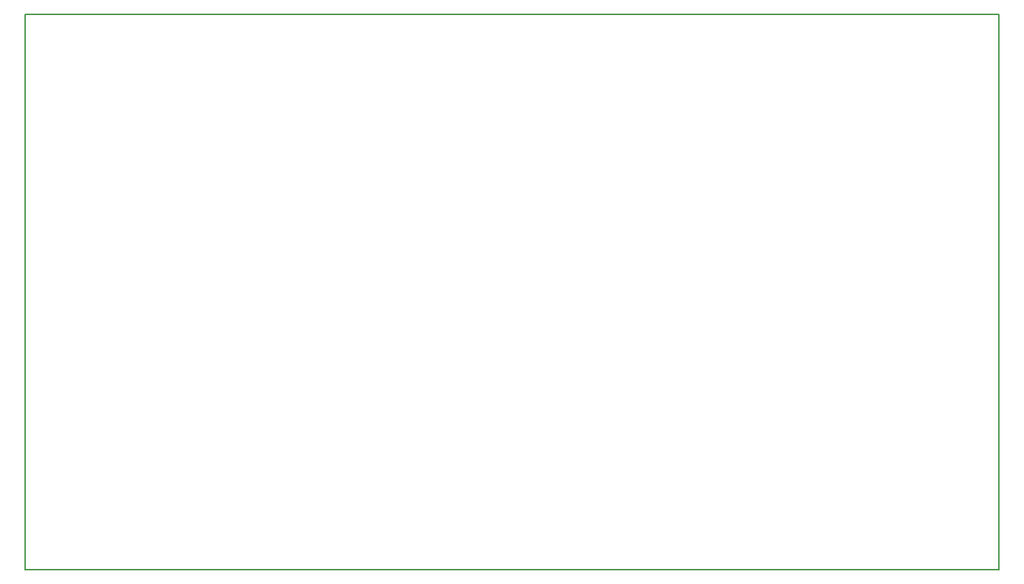
<source format=gko>
G04*
G04 #@! TF.GenerationSoftware,Altium Limited,Altium Designer,21.4.1 (30)*
G04*
G04 Layer_Color=16711935*
%FSLAX25Y25*%
%MOIN*%
G70*
G04*
G04 #@! TF.SameCoordinates,5141BEB0-0B1F-41B6-A3F9-944F83B17515*
G04*
G04*
G04 #@! TF.FilePolarity,Positive*
G04*
G01*
G75*
%ADD10C,0.00500*%
D10*
X253000Y67500D02*
Y325500D01*
X705500D01*
Y67500D02*
Y325500D01*
X253000Y67500D02*
X705500D01*
M02*

</source>
